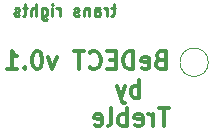
<source format=gbr>
%TF.GenerationSoftware,KiCad,Pcbnew,8.0.7*%
%TF.CreationDate,2024-12-31T00:41:56+01:00*%
%TF.ProjectId,BeDECT,42654445-4354-42e6-9b69-6361645f7063,rev?*%
%TF.SameCoordinates,Original*%
%TF.FileFunction,Legend,Bot*%
%TF.FilePolarity,Positive*%
%FSLAX46Y46*%
G04 Gerber Fmt 4.6, Leading zero omitted, Abs format (unit mm)*
G04 Created by KiCad (PCBNEW 8.0.7) date 2024-12-31 00:41:56*
%MOMM*%
%LPD*%
G01*
G04 APERTURE LIST*
%ADD10C,0.300000*%
%ADD11C,0.250000*%
%ADD12C,0.120000*%
G04 APERTURE END LIST*
D10*
X154345489Y-84585282D02*
X154131203Y-84656710D01*
X154131203Y-84656710D02*
X154059774Y-84728139D01*
X154059774Y-84728139D02*
X153988346Y-84870996D01*
X153988346Y-84870996D02*
X153988346Y-85085282D01*
X153988346Y-85085282D02*
X154059774Y-85228139D01*
X154059774Y-85228139D02*
X154131203Y-85299568D01*
X154131203Y-85299568D02*
X154274060Y-85370996D01*
X154274060Y-85370996D02*
X154845489Y-85370996D01*
X154845489Y-85370996D02*
X154845489Y-83870996D01*
X154845489Y-83870996D02*
X154345489Y-83870996D01*
X154345489Y-83870996D02*
X154202632Y-83942425D01*
X154202632Y-83942425D02*
X154131203Y-84013853D01*
X154131203Y-84013853D02*
X154059774Y-84156710D01*
X154059774Y-84156710D02*
X154059774Y-84299568D01*
X154059774Y-84299568D02*
X154131203Y-84442425D01*
X154131203Y-84442425D02*
X154202632Y-84513853D01*
X154202632Y-84513853D02*
X154345489Y-84585282D01*
X154345489Y-84585282D02*
X154845489Y-84585282D01*
X152774060Y-85299568D02*
X152916917Y-85370996D01*
X152916917Y-85370996D02*
X153202632Y-85370996D01*
X153202632Y-85370996D02*
X153345489Y-85299568D01*
X153345489Y-85299568D02*
X153416917Y-85156710D01*
X153416917Y-85156710D02*
X153416917Y-84585282D01*
X153416917Y-84585282D02*
X153345489Y-84442425D01*
X153345489Y-84442425D02*
X153202632Y-84370996D01*
X153202632Y-84370996D02*
X152916917Y-84370996D01*
X152916917Y-84370996D02*
X152774060Y-84442425D01*
X152774060Y-84442425D02*
X152702632Y-84585282D01*
X152702632Y-84585282D02*
X152702632Y-84728139D01*
X152702632Y-84728139D02*
X153416917Y-84870996D01*
X152059775Y-85370996D02*
X152059775Y-83870996D01*
X152059775Y-83870996D02*
X151702632Y-83870996D01*
X151702632Y-83870996D02*
X151488346Y-83942425D01*
X151488346Y-83942425D02*
X151345489Y-84085282D01*
X151345489Y-84085282D02*
X151274060Y-84228139D01*
X151274060Y-84228139D02*
X151202632Y-84513853D01*
X151202632Y-84513853D02*
X151202632Y-84728139D01*
X151202632Y-84728139D02*
X151274060Y-85013853D01*
X151274060Y-85013853D02*
X151345489Y-85156710D01*
X151345489Y-85156710D02*
X151488346Y-85299568D01*
X151488346Y-85299568D02*
X151702632Y-85370996D01*
X151702632Y-85370996D02*
X152059775Y-85370996D01*
X150559775Y-84585282D02*
X150059775Y-84585282D01*
X149845489Y-85370996D02*
X150559775Y-85370996D01*
X150559775Y-85370996D02*
X150559775Y-83870996D01*
X150559775Y-83870996D02*
X149845489Y-83870996D01*
X148345489Y-85228139D02*
X148416917Y-85299568D01*
X148416917Y-85299568D02*
X148631203Y-85370996D01*
X148631203Y-85370996D02*
X148774060Y-85370996D01*
X148774060Y-85370996D02*
X148988346Y-85299568D01*
X148988346Y-85299568D02*
X149131203Y-85156710D01*
X149131203Y-85156710D02*
X149202632Y-85013853D01*
X149202632Y-85013853D02*
X149274060Y-84728139D01*
X149274060Y-84728139D02*
X149274060Y-84513853D01*
X149274060Y-84513853D02*
X149202632Y-84228139D01*
X149202632Y-84228139D02*
X149131203Y-84085282D01*
X149131203Y-84085282D02*
X148988346Y-83942425D01*
X148988346Y-83942425D02*
X148774060Y-83870996D01*
X148774060Y-83870996D02*
X148631203Y-83870996D01*
X148631203Y-83870996D02*
X148416917Y-83942425D01*
X148416917Y-83942425D02*
X148345489Y-84013853D01*
X147916917Y-83870996D02*
X147059775Y-83870996D01*
X147488346Y-85370996D02*
X147488346Y-83870996D01*
X145559775Y-84370996D02*
X145202632Y-85370996D01*
X145202632Y-85370996D02*
X144845489Y-84370996D01*
X143988346Y-83870996D02*
X143845489Y-83870996D01*
X143845489Y-83870996D02*
X143702632Y-83942425D01*
X143702632Y-83942425D02*
X143631204Y-84013853D01*
X143631204Y-84013853D02*
X143559775Y-84156710D01*
X143559775Y-84156710D02*
X143488346Y-84442425D01*
X143488346Y-84442425D02*
X143488346Y-84799568D01*
X143488346Y-84799568D02*
X143559775Y-85085282D01*
X143559775Y-85085282D02*
X143631204Y-85228139D01*
X143631204Y-85228139D02*
X143702632Y-85299568D01*
X143702632Y-85299568D02*
X143845489Y-85370996D01*
X143845489Y-85370996D02*
X143988346Y-85370996D01*
X143988346Y-85370996D02*
X144131204Y-85299568D01*
X144131204Y-85299568D02*
X144202632Y-85228139D01*
X144202632Y-85228139D02*
X144274061Y-85085282D01*
X144274061Y-85085282D02*
X144345489Y-84799568D01*
X144345489Y-84799568D02*
X144345489Y-84442425D01*
X144345489Y-84442425D02*
X144274061Y-84156710D01*
X144274061Y-84156710D02*
X144202632Y-84013853D01*
X144202632Y-84013853D02*
X144131204Y-83942425D01*
X144131204Y-83942425D02*
X143988346Y-83870996D01*
X142845490Y-85228139D02*
X142774061Y-85299568D01*
X142774061Y-85299568D02*
X142845490Y-85370996D01*
X142845490Y-85370996D02*
X142916918Y-85299568D01*
X142916918Y-85299568D02*
X142845490Y-85228139D01*
X142845490Y-85228139D02*
X142845490Y-85370996D01*
X141345489Y-85370996D02*
X142202632Y-85370996D01*
X141774061Y-85370996D02*
X141774061Y-83870996D01*
X141774061Y-83870996D02*
X141916918Y-84085282D01*
X141916918Y-84085282D02*
X142059775Y-84228139D01*
X142059775Y-84228139D02*
X142202632Y-84299568D01*
X152559775Y-87785912D02*
X152559775Y-86285912D01*
X152559775Y-86857341D02*
X152416918Y-86785912D01*
X152416918Y-86785912D02*
X152131203Y-86785912D01*
X152131203Y-86785912D02*
X151988346Y-86857341D01*
X151988346Y-86857341D02*
X151916918Y-86928769D01*
X151916918Y-86928769D02*
X151845489Y-87071626D01*
X151845489Y-87071626D02*
X151845489Y-87500198D01*
X151845489Y-87500198D02*
X151916918Y-87643055D01*
X151916918Y-87643055D02*
X151988346Y-87714484D01*
X151988346Y-87714484D02*
X152131203Y-87785912D01*
X152131203Y-87785912D02*
X152416918Y-87785912D01*
X152416918Y-87785912D02*
X152559775Y-87714484D01*
X151345489Y-86785912D02*
X150988346Y-87785912D01*
X150631203Y-86785912D02*
X150988346Y-87785912D01*
X150988346Y-87785912D02*
X151131203Y-88143055D01*
X151131203Y-88143055D02*
X151202632Y-88214484D01*
X151202632Y-88214484D02*
X151345489Y-88285912D01*
X155059774Y-88700828D02*
X154202632Y-88700828D01*
X154631203Y-90200828D02*
X154631203Y-88700828D01*
X153702632Y-90200828D02*
X153702632Y-89200828D01*
X153702632Y-89486542D02*
X153631203Y-89343685D01*
X153631203Y-89343685D02*
X153559775Y-89272257D01*
X153559775Y-89272257D02*
X153416917Y-89200828D01*
X153416917Y-89200828D02*
X153274060Y-89200828D01*
X152202632Y-90129400D02*
X152345489Y-90200828D01*
X152345489Y-90200828D02*
X152631204Y-90200828D01*
X152631204Y-90200828D02*
X152774061Y-90129400D01*
X152774061Y-90129400D02*
X152845489Y-89986542D01*
X152845489Y-89986542D02*
X152845489Y-89415114D01*
X152845489Y-89415114D02*
X152774061Y-89272257D01*
X152774061Y-89272257D02*
X152631204Y-89200828D01*
X152631204Y-89200828D02*
X152345489Y-89200828D01*
X152345489Y-89200828D02*
X152202632Y-89272257D01*
X152202632Y-89272257D02*
X152131204Y-89415114D01*
X152131204Y-89415114D02*
X152131204Y-89557971D01*
X152131204Y-89557971D02*
X152845489Y-89700828D01*
X151488347Y-90200828D02*
X151488347Y-88700828D01*
X151488347Y-89272257D02*
X151345490Y-89200828D01*
X151345490Y-89200828D02*
X151059775Y-89200828D01*
X151059775Y-89200828D02*
X150916918Y-89272257D01*
X150916918Y-89272257D02*
X150845490Y-89343685D01*
X150845490Y-89343685D02*
X150774061Y-89486542D01*
X150774061Y-89486542D02*
X150774061Y-89915114D01*
X150774061Y-89915114D02*
X150845490Y-90057971D01*
X150845490Y-90057971D02*
X150916918Y-90129400D01*
X150916918Y-90129400D02*
X151059775Y-90200828D01*
X151059775Y-90200828D02*
X151345490Y-90200828D01*
X151345490Y-90200828D02*
X151488347Y-90129400D01*
X149916918Y-90200828D02*
X150059775Y-90129400D01*
X150059775Y-90129400D02*
X150131204Y-89986542D01*
X150131204Y-89986542D02*
X150131204Y-88700828D01*
X148774061Y-90129400D02*
X148916918Y-90200828D01*
X148916918Y-90200828D02*
X149202633Y-90200828D01*
X149202633Y-90200828D02*
X149345490Y-90129400D01*
X149345490Y-90129400D02*
X149416918Y-89986542D01*
X149416918Y-89986542D02*
X149416918Y-89415114D01*
X149416918Y-89415114D02*
X149345490Y-89272257D01*
X149345490Y-89272257D02*
X149202633Y-89200828D01*
X149202633Y-89200828D02*
X148916918Y-89200828D01*
X148916918Y-89200828D02*
X148774061Y-89272257D01*
X148774061Y-89272257D02*
X148702633Y-89415114D01*
X148702633Y-89415114D02*
X148702633Y-89557971D01*
X148702633Y-89557971D02*
X149416918Y-89700828D01*
D11*
X150540288Y-80197952D02*
X150159336Y-80197952D01*
X150397431Y-79864619D02*
X150397431Y-80721761D01*
X150397431Y-80721761D02*
X150349812Y-80817000D01*
X150349812Y-80817000D02*
X150254574Y-80864619D01*
X150254574Y-80864619D02*
X150159336Y-80864619D01*
X149826002Y-80864619D02*
X149826002Y-80197952D01*
X149826002Y-80388428D02*
X149778383Y-80293190D01*
X149778383Y-80293190D02*
X149730764Y-80245571D01*
X149730764Y-80245571D02*
X149635526Y-80197952D01*
X149635526Y-80197952D02*
X149540288Y-80197952D01*
X148778383Y-80864619D02*
X148778383Y-80340809D01*
X148778383Y-80340809D02*
X148826002Y-80245571D01*
X148826002Y-80245571D02*
X148921240Y-80197952D01*
X148921240Y-80197952D02*
X149111716Y-80197952D01*
X149111716Y-80197952D02*
X149206954Y-80245571D01*
X148778383Y-80817000D02*
X148873621Y-80864619D01*
X148873621Y-80864619D02*
X149111716Y-80864619D01*
X149111716Y-80864619D02*
X149206954Y-80817000D01*
X149206954Y-80817000D02*
X149254573Y-80721761D01*
X149254573Y-80721761D02*
X149254573Y-80626523D01*
X149254573Y-80626523D02*
X149206954Y-80531285D01*
X149206954Y-80531285D02*
X149111716Y-80483666D01*
X149111716Y-80483666D02*
X148873621Y-80483666D01*
X148873621Y-80483666D02*
X148778383Y-80436047D01*
X148302192Y-80197952D02*
X148302192Y-80864619D01*
X148302192Y-80293190D02*
X148254573Y-80245571D01*
X148254573Y-80245571D02*
X148159335Y-80197952D01*
X148159335Y-80197952D02*
X148016478Y-80197952D01*
X148016478Y-80197952D02*
X147921240Y-80245571D01*
X147921240Y-80245571D02*
X147873621Y-80340809D01*
X147873621Y-80340809D02*
X147873621Y-80864619D01*
X147445049Y-80817000D02*
X147349811Y-80864619D01*
X147349811Y-80864619D02*
X147159335Y-80864619D01*
X147159335Y-80864619D02*
X147064097Y-80817000D01*
X147064097Y-80817000D02*
X147016478Y-80721761D01*
X147016478Y-80721761D02*
X147016478Y-80674142D01*
X147016478Y-80674142D02*
X147064097Y-80578904D01*
X147064097Y-80578904D02*
X147159335Y-80531285D01*
X147159335Y-80531285D02*
X147302192Y-80531285D01*
X147302192Y-80531285D02*
X147397430Y-80483666D01*
X147397430Y-80483666D02*
X147445049Y-80388428D01*
X147445049Y-80388428D02*
X147445049Y-80340809D01*
X147445049Y-80340809D02*
X147397430Y-80245571D01*
X147397430Y-80245571D02*
X147302192Y-80197952D01*
X147302192Y-80197952D02*
X147159335Y-80197952D01*
X147159335Y-80197952D02*
X147064097Y-80245571D01*
X145826001Y-80864619D02*
X145826001Y-80197952D01*
X145826001Y-80388428D02*
X145778382Y-80293190D01*
X145778382Y-80293190D02*
X145730763Y-80245571D01*
X145730763Y-80245571D02*
X145635525Y-80197952D01*
X145635525Y-80197952D02*
X145540287Y-80197952D01*
X145206953Y-80864619D02*
X145206953Y-80197952D01*
X145206953Y-79864619D02*
X145254572Y-79912238D01*
X145254572Y-79912238D02*
X145206953Y-79959857D01*
X145206953Y-79959857D02*
X145159334Y-79912238D01*
X145159334Y-79912238D02*
X145206953Y-79864619D01*
X145206953Y-79864619D02*
X145206953Y-79959857D01*
X144302192Y-80197952D02*
X144302192Y-81007476D01*
X144302192Y-81007476D02*
X144349811Y-81102714D01*
X144349811Y-81102714D02*
X144397430Y-81150333D01*
X144397430Y-81150333D02*
X144492668Y-81197952D01*
X144492668Y-81197952D02*
X144635525Y-81197952D01*
X144635525Y-81197952D02*
X144730763Y-81150333D01*
X144302192Y-80817000D02*
X144397430Y-80864619D01*
X144397430Y-80864619D02*
X144587906Y-80864619D01*
X144587906Y-80864619D02*
X144683144Y-80817000D01*
X144683144Y-80817000D02*
X144730763Y-80769380D01*
X144730763Y-80769380D02*
X144778382Y-80674142D01*
X144778382Y-80674142D02*
X144778382Y-80388428D01*
X144778382Y-80388428D02*
X144730763Y-80293190D01*
X144730763Y-80293190D02*
X144683144Y-80245571D01*
X144683144Y-80245571D02*
X144587906Y-80197952D01*
X144587906Y-80197952D02*
X144397430Y-80197952D01*
X144397430Y-80197952D02*
X144302192Y-80245571D01*
X143826001Y-80864619D02*
X143826001Y-79864619D01*
X143397430Y-80864619D02*
X143397430Y-80340809D01*
X143397430Y-80340809D02*
X143445049Y-80245571D01*
X143445049Y-80245571D02*
X143540287Y-80197952D01*
X143540287Y-80197952D02*
X143683144Y-80197952D01*
X143683144Y-80197952D02*
X143778382Y-80245571D01*
X143778382Y-80245571D02*
X143826001Y-80293190D01*
X143064096Y-80197952D02*
X142683144Y-80197952D01*
X142921239Y-79864619D02*
X142921239Y-80721761D01*
X142921239Y-80721761D02*
X142873620Y-80817000D01*
X142873620Y-80817000D02*
X142778382Y-80864619D01*
X142778382Y-80864619D02*
X142683144Y-80864619D01*
X142397429Y-80817000D02*
X142302191Y-80864619D01*
X142302191Y-80864619D02*
X142111715Y-80864619D01*
X142111715Y-80864619D02*
X142016477Y-80817000D01*
X142016477Y-80817000D02*
X141968858Y-80721761D01*
X141968858Y-80721761D02*
X141968858Y-80674142D01*
X141968858Y-80674142D02*
X142016477Y-80578904D01*
X142016477Y-80578904D02*
X142111715Y-80531285D01*
X142111715Y-80531285D02*
X142254572Y-80531285D01*
X142254572Y-80531285D02*
X142349810Y-80483666D01*
X142349810Y-80483666D02*
X142397429Y-80388428D01*
X142397429Y-80388428D02*
X142397429Y-80340809D01*
X142397429Y-80340809D02*
X142349810Y-80245571D01*
X142349810Y-80245571D02*
X142254572Y-80197952D01*
X142254572Y-80197952D02*
X142111715Y-80197952D01*
X142111715Y-80197952D02*
X142016477Y-80245571D01*
D12*
%TO.C,TP1*%
X158400000Y-84800000D02*
G75*
G02*
X156000000Y-84800000I-1200000J0D01*
G01*
X156000000Y-84800000D02*
G75*
G02*
X158400000Y-84800000I1200000J0D01*
G01*
%TD*%
M02*

</source>
